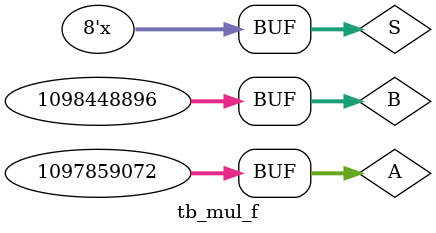
<source format=v>



`timescale 1ps/1ps
module tb_mul_f();
			parameter msb = 31, T = 2;
			
			reg[msb:0] A, B;
			reg[7:0] S;
			wire[msb:0] O;
			
initial begin
		S = 0;
// === S0 ============
   A = 32'b0_1111111_10000000000000000000000 ;    // 1.5
   B = 32'b0_10000000_00001000000000000000000 ;    // 2.0625
// === S1 ============
#T A = 32'b0_10000000_10000000000000000000000 ;    // 3.0
   B = 32'b0_10000000_11001000000000000000000 ;    // 3.5625
// === S2 ============
#T A = 32'b0_10000001_00100000000000000000000 ;    // 4.5
   B = 32'b0_10000001_01000100000000000000000 ;    // 5.0625
// === S3 ============
#T A = 32'b0_10000001_10000000000000000000000 ;    // 6.0
   B = 32'b0_10000001_10100100000000000000000 ;    // 6.5625
// === S4 ============
#T A = 32'b0_10000001_11100000000000000000000 ;    // 7.5
   B = 32'b0_10000010_00000010000000000000000 ;    // 8.0625
// === S5 ============
#T A = 32'b0_10000010_00100000000000000000000 ;    // 9.0
   B = 32'b0_10000010_00110010000000000000000 ;    // 9.5625
// === S6 ============
#T A = 32'b0_10000010_01010000000000000000000 ;    // 10.5
   B = 32'b0_10000010_01100010000000000000000 ;    // 11.0625
// === S7 ============
#T A = 32'b0_10000010_10000000000000000000000 ;    // 12.0
   B = 32'b0_10000010_10010010000000000000000 ;    // 12.5625
// === S8 ============
#T A = 32'b0_10000010_10110000000000000000000 ;    // 13.5
   B = 32'b0_10000010_11000010000000000000000 ;    // 14.0625
// === S9 ============
#T A = 32'b0_10000010_11100000000000000000000 ;    // 15.0
   B = 32'b0_10000010_11110010000000000000000 ;    // 15.5625
end
			always #T S = S + 1;
			mul_f m(.A(A), .B(B), .O(O));
			
endmodule


</source>
